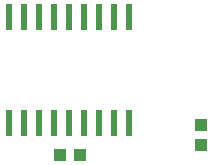
<source format=gbp>
G75*
%MOIN*%
%OFA0B0*%
%FSLAX25Y25*%
%IPPOS*%
%LPD*%
%AMOC8*
5,1,8,0,0,1.08239X$1,22.5*
%
%ADD10R,0.02362X0.08661*%
%ADD11R,0.04331X0.03937*%
D10*
X0033706Y0059492D03*
X0038706Y0059492D03*
X0043706Y0059492D03*
X0048706Y0059492D03*
X0053706Y0059492D03*
X0058706Y0059492D03*
X0063706Y0059492D03*
X0068706Y0059492D03*
X0073706Y0059492D03*
X0073706Y0094965D03*
X0068706Y0094965D03*
X0063706Y0094965D03*
X0058706Y0094965D03*
X0053706Y0094965D03*
X0048706Y0094965D03*
X0043706Y0094965D03*
X0038706Y0094965D03*
X0033706Y0094965D03*
D11*
X0050730Y0048829D03*
X0057423Y0048829D03*
X0097815Y0052150D03*
X0097815Y0058843D03*
M02*

</source>
